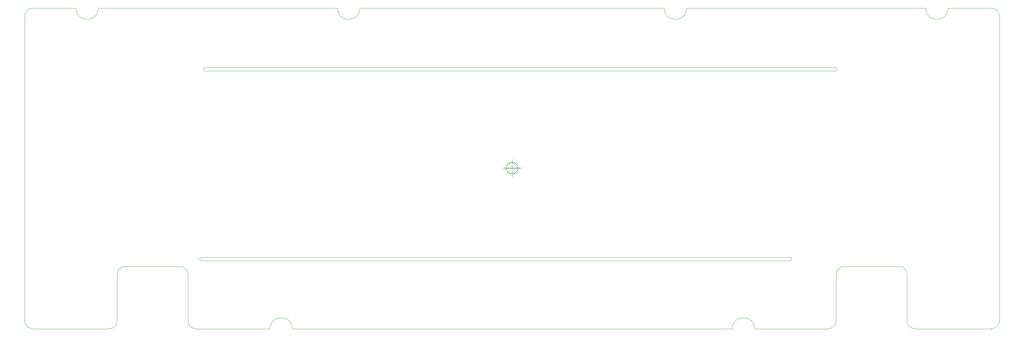
<source format=gm1>
G04 #@! TF.GenerationSoftware,KiCad,Pcbnew,(6.0.1)*
G04 #@! TF.CreationDate,2022-02-20T01:23:08-08:00*
G04 #@! TF.ProjectId,wkl60,776b6c36-302e-46b6-9963-61645f706362,rev?*
G04 #@! TF.SameCoordinates,Original*
G04 #@! TF.FileFunction,Profile,NP*
%FSLAX46Y46*%
G04 Gerber Fmt 4.6, Leading zero omitted, Abs format (unit mm)*
G04 Created by KiCad (PCBNEW (6.0.1)) date 2022-02-20 01:23:08*
%MOMM*%
%LPD*%
G01*
G04 APERTURE LIST*
G04 #@! TA.AperFunction,Profile*
%ADD10C,0.100000*%
G04 #@! TD*
G04 APERTURE END LIST*
D10*
X95302542Y-177120000D02*
G75*
G03*
X92921292Y-179501250I0J-2381250D01*
G01*
X289000000Y-175500000D02*
X117500000Y-175500000D01*
X335100000Y-101713750D02*
X337650000Y-101713750D01*
X252400000Y-101713750D02*
X251700000Y-101713750D01*
X302471292Y-192995000D02*
X302471292Y-179501250D01*
X278700000Y-195376250D02*
G75*
G03*
X272200000Y-195376250I-3250000J0D01*
G01*
X137450000Y-195376250D02*
X134050000Y-195376250D01*
X165900000Y-101713750D02*
X251700000Y-101713750D01*
X90540042Y-195376250D02*
X89746292Y-195376250D01*
X118500000Y-120050000D02*
X302260000Y-120050000D01*
X78950000Y-101713750D02*
X80950000Y-101713750D01*
X113558792Y-179501250D02*
X113558792Y-192995000D01*
X68315042Y-101713750D02*
G75*
G03*
X65933792Y-104095000I0J-2381250D01*
G01*
X323108792Y-192995000D02*
G75*
G03*
X325490042Y-195376250I2381250J0D01*
G01*
X312250000Y-101713750D02*
X318050000Y-101713750D01*
X92921292Y-192995000D02*
X92921292Y-179501250D01*
X337650000Y-101713750D02*
X347715042Y-101713750D01*
X260350000Y-101713750D02*
X312250000Y-101713750D01*
X282000000Y-195376250D02*
X282050000Y-195376250D01*
X283210000Y-195376250D02*
X300090042Y-195376250D01*
X260350000Y-101713750D02*
X258900000Y-101713750D01*
X65933792Y-192995000D02*
X65933792Y-104095000D01*
X65933792Y-192995000D02*
G75*
G03*
X68315042Y-195376250I2381250J0D01*
G01*
X143950000Y-195376250D02*
X272200000Y-195376250D01*
X95302542Y-177120000D02*
X111177542Y-177120000D01*
X347715042Y-195376250D02*
G75*
G03*
X350096292Y-192995000I0J2381250D01*
G01*
X133350000Y-195376250D02*
X115940042Y-195376250D01*
X318050000Y-101713750D02*
X325250000Y-101713750D01*
X278700000Y-195376250D02*
X282000000Y-195376250D01*
X143950000Y-195376250D02*
G75*
G03*
X137450000Y-195376250I-3250000J0D01*
G01*
X302260000Y-120050000D02*
G75*
G03*
X302260000Y-119050000I0J500000D01*
G01*
X323108792Y-179501250D02*
X323108792Y-192995000D01*
X300090042Y-195376250D02*
G75*
G03*
X302471292Y-192995000I0J2381250D01*
G01*
X117500000Y-174500000D02*
G75*
G03*
X117500000Y-175500000I0J-500000D01*
G01*
X325250000Y-101713750D02*
X328600000Y-101713750D01*
X350096292Y-104095000D02*
X350096292Y-192995000D01*
X157150000Y-101713750D02*
G75*
G03*
X163650000Y-101713750I3250000J0D01*
G01*
X289000000Y-175500000D02*
G75*
G03*
X289000000Y-174500000I0J500000D01*
G01*
X134050000Y-195376250D02*
X133350000Y-195376250D01*
X80950000Y-101713750D02*
G75*
G03*
X87450000Y-101713750I3250000J0D01*
G01*
X328600000Y-101713750D02*
G75*
G03*
X335100000Y-101713750I3250000J0D01*
G01*
X90540042Y-195376250D02*
G75*
G03*
X92921292Y-192995000I0J2381250D01*
G01*
X89746292Y-195376250D02*
X68315042Y-195376250D01*
X350096292Y-104095000D02*
G75*
G03*
X347715042Y-101713750I-2381250J0D01*
G01*
X282050000Y-195376250D02*
X283210000Y-195376250D01*
X78950000Y-101713750D02*
X68315042Y-101713750D01*
X304852542Y-177120000D02*
G75*
G03*
X302471292Y-179501250I0J-2381250D01*
G01*
X302260000Y-119050000D02*
X118500000Y-119050000D01*
X325490042Y-195376250D02*
X347715042Y-195376250D01*
X89050000Y-101713750D02*
X156600000Y-101713750D01*
X165900000Y-101713750D02*
X163650000Y-101713750D01*
X113558792Y-179501250D02*
G75*
G03*
X111177542Y-177120000I-2381250J0D01*
G01*
X113558792Y-192995000D02*
G75*
G03*
X115940042Y-195376250I2381250J0D01*
G01*
X87450000Y-101713750D02*
X89050000Y-101713750D01*
X117500000Y-174500000D02*
X289000000Y-174500000D01*
X320727542Y-177120000D02*
X304852542Y-177120000D01*
X157150000Y-101713750D02*
X156600000Y-101713750D01*
X118500000Y-119050000D02*
G75*
G03*
X118500000Y-120050000I0J-500000D01*
G01*
X252400000Y-101713750D02*
G75*
G03*
X258900000Y-101713750I3250000J0D01*
G01*
X323108792Y-179501250D02*
G75*
G03*
X320727542Y-177120000I-2381250J0D01*
G01*
X209699208Y-148345000D02*
G75*
G03*
X209699208Y-148345000I-1666666J0D01*
G01*
X205532542Y-148345000D02*
X210532542Y-148345000D01*
X208032542Y-145845000D02*
X208032542Y-150845000D01*
X209682964Y-148483798D02*
G75*
G03*
X209682964Y-148483798I-1666666J0D01*
G01*
X205516298Y-148483798D02*
X210516298Y-148483798D01*
X208016298Y-145983798D02*
X208016298Y-150983798D01*
M02*

</source>
